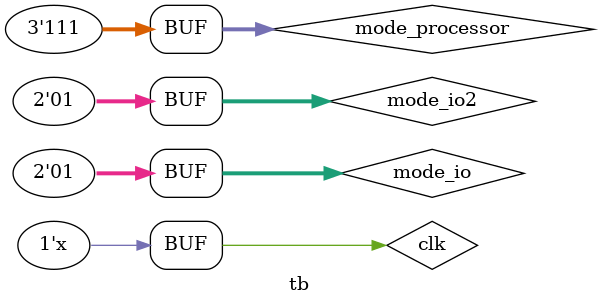
<source format=v>
`timescale 1ns / 1ps

  `timescale 1 ns / 1 ps

  module tb();
reg [2:0]mode_processor;
wire [7:0]C;
reg [1:0] mode_io;
reg [1:0] mode_io2;
wire [7:0] DB; //daata_bus
wire [7:0] AB; //address_bus
wire [7:0] word_count;
wire read_io;
wire read_memory;


reg clk;
initial begin
clk <=0;

      #100
      mode_processor =3'b000;
      #300
      mode_processor =3'b001;
      #300
      mode_processor =3'b010;
      #300
      mode_processor =3'b011;
      #300
      mode_processor =3'b100;
      #300
      mode_processor =3'b101;
	   #300
	   mode_processor=3'b110;
		#300
	   mode_processor =3'b111;
		#300 
		mode_io = 2'b00;
		#300
		mode_io = 2'b01;
		#300
		mode_io2 = 2'b00;
		#300
		mode_io2 = 2'b01;
		
		
end
always
	begin
		#31.25
 clk=~clk; 
 end 
  endmodule


</source>
